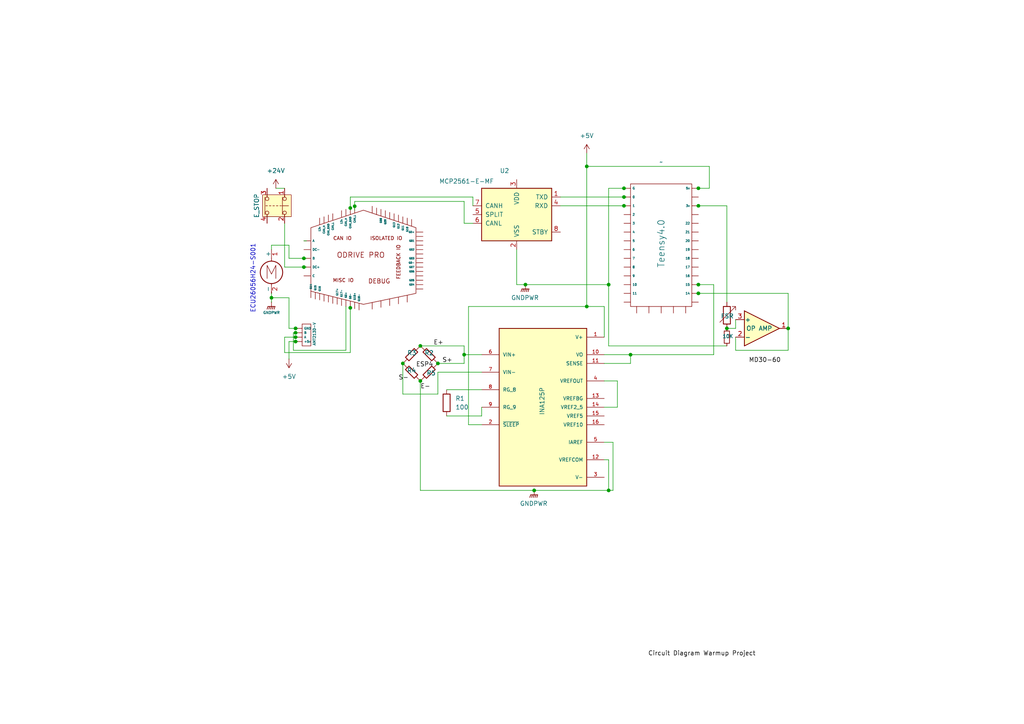
<source format=kicad_sch>
(kicad_sch (version 20250114) (generator "eeschema") (generator_version "9.0")
  (paper "A4")
  (lib_symbols
    (symbol "Amplifier_Operational:OPA1662DGK" (pin_names (offset 0.127))
      (property "Reference" "U" (at 0 5.08 0))
      (property "Value" "OPA1662DGK" (at 0 -5.08 0))
      (symbol "OPA1662DGK_1_1"
        (polyline (pts (xy -5.08 5.08) (xy 5.08 0) (xy -5.08 -5.08) (xy -5.08 5.08)) (stroke (width 0.254)) (fill (type background)))
        (pin input line (at -7.62 2.54 0) (length 2.54) (name "+") (number "3"))
        (pin input line (at -7.62 -2.54 0) (length 2.54) (name "-") (number "2"))
        (pin output line (at 7.62 0 180) (length 2.54) (name "~") (number "1"))
      )
      (symbol "OPA1662DGK_2_1"
        (polyline (pts (xy -5.08 5.08) (xy 5.08 0) (xy -5.08 -5.08) (xy -5.08 5.08)) (stroke (width 0.254)) (fill (type background)))
        (pin input line (at -7.62 2.54 0) (length 2.54) (name "+") (number "5"))
        (pin input line (at -7.62 -2.54 0) (length 2.54) (name "-") (number "6"))
        (pin output line (at 7.62 0 180) (length 2.54) (name "~") (number "7"))
      )
      (symbol "OPA1662DGK_3_1"
        (pin power_in line (at -2.54 7.62 270) (length 3.81) (name "V+") (number "8"))
        (pin power_in line (at -2.54 -7.62 90) (length 3.81) (name "V-") (number "4"))
      )
    )
    (symbol "Device:R" (pin_numbers (hide yes)) (pin_names (offset 0))
      (property "Reference" "R" (at 2.032 0 90))
      (property "Value" "R" (at 0 0 90))
      (symbol "R_0_1"
        (rectangle (start -1.016 -2.54) (end 1.016 2.54) (stroke (width 0.254)))
      )
      (symbol "R_1_1"
        (pin passive line (at 0 3.81 270) (length 1.27) (name "~") (number "1"))
        (pin passive line (at 0 -3.81 90) (length 1.27) (name "~") (number "2"))
      )
    )
    (symbol "Device:R_45deg" (pin_numbers (hide yes)) (pin_names (offset 0))
      (property "Reference" "R" (at 5.08 2.54 0))
      (property "Value" "R_45deg" (at 8.255 0.635 0))
      (symbol "R_45deg_0_1"
        (polyline (pts (xy -2.54 2.54) (xy -1.27 1.27)))
        (polyline (pts (xy 1.27 -1.27) (xy 2.54 -2.54)))
      )
      (symbol "R_45deg_1_1"
        (polyline (pts (xy -1.778 0.762) (xy 0.762 -1.778) (xy 1.778 -0.762) (xy -0.762 1.778) (xy -1.778 0.762)) (stroke (width 0.254)))
        (pin passive line (at -2.54 2.54 0) (length 0) (name "~") (number "1"))
        (pin passive line (at 2.54 -2.54 180) (length 0) (name "~") (number "2"))
      )
    )
    (symbol "Device:R_Small" (pin_numbers (hide yes)) (pin_names (offset 0.254) (hide yes))
      (property "Reference" "R" (at 0 0 90))
      (property "Value" "R_Small" (at 1.778 0 90))
      (symbol "R_Small_0_1"
        (rectangle (start -0.762 1.778) (end 0.762 -1.778) (stroke (width 0.2032)))
      )
      (symbol "R_Small_1_1"
        (pin passive line (at 0 2.54 270) (length 0.762) (name "~") (number "1"))
        (pin passive line (at 0 -2.54 90) (length 0.762) (name "~") (number "2"))
      )
    )
    (symbol "Device:R_Variable" (pin_numbers (hide yes)) (pin_names (offset 0))
      (property "Reference" "R" (at 2.54 -2.54 90))
      (property "Value" "R_Variable" (at -2.54 -1.27 90))
      (symbol "R_Variable_0_1"
        (rectangle (start -1.016 -2.54) (end 1.016 2.54) (stroke (width 0.254)))
        (polyline (pts (xy 2.54 1.524) (xy 2.54 2.54) (xy 1.524 2.54) (xy 2.54 2.54) (xy -2.032 -2.032)))
      )
      (symbol "R_Variable_1_1"
        (pin passive line (at 0 3.81 270) (length 1.27) (name "~") (number "1"))
        (pin passive line (at 0 -3.81 90) (length 1.27) (name "~") (number "2"))
      )
    )
    (symbol "Encoder_3"
      (property "Reference" "Rotary_Encoder" (at -8.636 4.064 0))
      (symbol "Encoder_3_0_1"
        (rectangle (start -1.27 2.54) (end 1.27 -3.81))
      )
      (symbol "Encoder_3_1_1"
        (pin output line (at -3.175 1.27 0) (length 1.905) (name "+5v") (number ""))
        (pin output line (at -3.175 0 0) (length 1.905) (name "A") (number ""))
        (pin output line (at -3.175 -1.27 0) (length 1.905) (name "B") (number ""))
        (pin output line (at -3.175 -2.54 0) (length 1.905) (name "GND") (number ""))
      )
    )
    (symbol "INA125P:INA125P" (pin_names (offset 1.016))
      (property "Reference" "U" (at -12.7 23.8506 0))
      (property "Value" "INA125P" (at -12.7 -26.8478 0))
      (symbol "INA125P_0_0"
        (rectangle (start -12.7 -22.86) (end 12.7 22.86) (stroke (width 0.254)) (fill (type background)))
        (pin input line (at -17.78 15.24 0) (length 5.08) (name "VIN+") (number "6"))
        (pin input line (at -17.78 10.16 0) (length 5.08) (name "VIN-") (number "7"))
        (pin passive line (at -17.78 5.08 0) (length 5.08) (name "RG_8") (number "8"))
        (pin passive line (at -17.78 0 0) (length 5.08) (name "RG_9") (number "9"))
        (pin input line (at -17.78 -5.08 0) (length 5.08) (name "~{SLEEP}") (number "2"))
        (pin power_in line (at 17.78 20.32 180) (length 5.08) (name "V+") (number "1"))
        (pin output line (at 17.78 15.24 180) (length 5.08) (name "VO") (number "10"))
        (pin input line (at 17.78 12.7 180) (length 5.08) (name "SENSE") (number "11"))
        (pin output line (at 17.78 7.62 180) (length 5.08) (name "VREFOUT") (number "4"))
        (pin passive line (at 17.78 2.54 180) (length 5.08) (name "VREFBG") (number "13"))
        (pin passive line (at 17.78 0 180) (length 5.08) (name "VREF2_5") (number "14"))
        (pin passive line (at 17.78 -2.54 180) (length 5.08) (name "VREF5") (number "15"))
        (pin passive line (at 17.78 -5.08 180) (length 5.08) (name "VREF10") (number "16"))
        (pin passive line (at 17.78 -10.16 180) (length 5.08) (name "IAREF") (number "5"))
        (pin power_in line (at 17.78 -15.24 180) (length 5.08) (name "VREFCOM") (number "12"))
        (pin power_in line (at 17.78 -20.32 180) (length 5.08) (name "V-") (number "3"))
      )
    )
    (symbol "Interface_CAN_LIN:MCP2561-E-MF" (pin_names (offset 1.016))
      (property "Reference" "U" (at -10.16 8.89 0))
      (property "Value" "MCP2561-E-MF" (at 2.54 8.89 0))
      (symbol "MCP2561-E-MF_0_1"
        (rectangle (start -10.16 7.62) (end 10.16 -7.62) (stroke (width 0.254)) (fill (type background)))
      )
      (symbol "MCP2561-E-MF_1_1"
        (pin input line (at -12.7 5.08 0) (length 2.54) (name "TXD") (number "1"))
        (pin output line (at -12.7 2.54 0) (length 2.54) (name "RXD") (number "4"))
        (pin input line (at -12.7 -5.08 0) (length 2.54) (name "STBY") (number "8"))
        (pin power_in line (at 0 10.16 270) (length 2.54) (name "VDD") (number "3"))
        (pin power_in line (at 0 -10.16 90) (length 2.54) (name "VSS") (number "2"))
        (pin passive line (at 0 -10.16 90) (length 2.54) (hide yes) (name "VSS") (number "9"))
        (pin bidirectional line (at 12.7 2.54 180) (length 2.54) (name "CANH") (number "7"))
        (pin passive line (at 12.7 0 180) (length 2.54) (name "SPLIT") (number "5"))
        (pin bidirectional line (at 12.7 -2.54 180) (length 2.54) (name "CANL") (number "6"))
      )
    )
    (symbol "Motor:Motor_DC" (pin_names (offset 0))
      (property "Reference" "M" (at 2.54 2.54 0))
      (property "Value" "Motor_DC" (at 2.54 -5.08 0))
      (symbol "Motor_DC_0_0"
        (polyline (pts (xy -1.27 -3.302) (xy -1.27 0.508) (xy 0 -2.032) (xy 1.27 0.508) (xy 1.27 -3.302)))
      )
      (symbol "Motor_DC_0_1"
        (polyline (pts (xy 0 2.032) (xy 0 2.54)))
        (polyline (pts (xy 0 1.7272) (xy 0 2.0828)))
        (circle (center 0 -1.524) (radius 3.2512) (stroke (width 0.254)))
        (polyline (pts (xy 0 -4.7752) (xy 0 -5.1816)))
        (polyline (pts (xy 0 -7.62) (xy 0 -7.112)))
      )
      (symbol "Motor_DC_1_1"
        (pin passive line (at 0 5.08 270) (length 2.54) (name "+") (number "1"))
        (pin passive line (at 0 -7.62 90) (length 2.54) (name "-") (number "2"))
      )
    )
    (symbol "New_Library:O_Drive_Pro"
      (symbol "O_Drive_Pro_0_1"
        (polyline (pts (xy -15.24 7.62) (xy 0 12.7) (xy 15.24 7.62) (xy 15.24 -11.43) (xy 0 -14.605) (xy -15.24 -10.795) (xy -15.24 7.62) (xy -15.24 7.62)))
      )
      (symbol "O_Drive_Pro_1_1"
        (text "CAN IO" (at -6.096 4.572 0) (effects (font (size 1.016 1.016))))
        (text "MISC IO\n" (at -5.842 -7.62 0) (effects (font (size 1.016 1.016))))
        (text "ODRIVE PRO\n " (at -0.762 -1.524 0) (effects (font (size 1.524 1.524))))
        (text "DEBUG" (at 4.572 -7.874 0) (effects (font (size 1.27 1.27))))
        (text "ISOLATED IO" (at 6.604 4.572 0) (effects (font (size 1.016 1.016))))
        (text "FEEDBACK IO\n" (at 10.16 -2.286 900) (effects (font (size 1.016 1.016))))
        (pin output line (at -17.272 3.81 0) (length 1.905) (name "A") (number ""))
        (pin input line (at -17.272 1.27 0) (length 1.905) (name "DC-") (number ""))
        (pin output line (at -17.272 -1.27 0) (length 1.905) (name "B") (number ""))
        (pin input line (at -17.272 -3.81 0) (length 1.905) (name "DC+") (number ""))
        (pin input line (at -17.272 -6.35 0) (length 1.905) (name "C") (number ""))
        (pin input line (at -15.24 -12.7 90) (length 1.905) (name "G14") (number ""))
        (pin input line (at -13.97 -13.081 90) (length 1.905) (name "G15") (number ""))
        (pin input line (at -12.7 10.414 270) (length 1.905) (name "12v") (number ""))
        (pin input line (at -12.7 -13.335 90) (length 1.905) (name "G16") (number ""))
        (pin input line (at -11.43 10.795 270) (length 1.905) (name "CAN_H") (number ""))
        (pin input line (at -11.43 -13.716 90) (length 1.905) (name "") (number ""))
        (pin input line (at -10.16 11.303 270) (length 1.905) (name "CAN_GND") (number ""))
        (pin input line (at -10.16 -13.97 90) (length 1.905) (name "") (number ""))
        (pin input line (at -8.89 11.684 270) (length 1.905) (name "CAN_L") (number ""))
        (pin input line (at -8.89 -14.351 90) (length 1.905) (name "") (number ""))
        (pin input line (at -7.62 -14.605 90) (length 1.905) (name "G17+") (number ""))
        (pin input line (at -6.35 12.573 270) (length 1.905) (name "12v") (number ""))
        (pin input line (at -6.35 -14.986 90) (length 1.905) (name "G17-") (number ""))
        (pin input line (at -5.08 12.954 270) (length 1.905) (name "CAN_H") (number ""))
        (pin input line (at -5.08 -15.24 90) (length 1.905) (name "G0+") (number ""))
        (pin input line (at -3.81 13.335 270) (length 1.905) (name "CAN_GND") (number ""))
        (pin input line (at -3.81 -15.621 90) (length 1.905) (name "G0-") (number ""))
        (pin input line (at -2.54 13.843 270) (length 1.905) (name "CAN_L") (number ""))
        (pin input line (at -2.54 -15.875 90) (length 1.905) (name "G18+") (number ""))
        (pin input line (at -1.27 -16.256 90) (length 1.905) (name "G18-") (number ""))
        (pin input line (at 2.54 13.843 270) (length 1.905) (name "") (number ""))
        (pin input line (at 2.54 -16.002 90) (length 1.905) (name "") (number ""))
        (pin input line (at 3.81 13.335 270) (length 1.905) (name "") (number ""))
        (pin input line (at 5.08 12.954 270) (length 1.905) (name "G08") (number ""))
        (pin input line (at 5.08 -15.494 90) (length 1.905) (name "") (number ""))
        (pin input line (at 6.35 12.573 270) (length 1.905) (name "G09") (number ""))
        (pin input line (at 7.62 12.065 270) (length 1.905) (name "") (number ""))
        (pin input line (at 7.62 -14.986 90) (length 1.905) (name "") (number ""))
        (pin input line (at 8.89 11.684 270) (length 1.905) (name "G13") (number ""))
        (pin input line (at 10.16 11.303 270) (length 1.905) (name "G12") (number ""))
        (pin input line (at 10.16 -14.478 90) (length 1.905) (name "") (number ""))
        (pin input line (at 11.43 10.795 270) (length 1.905) (name "G11") (number ""))
        (pin input line (at 12.7 10.414 270) (length 1.905) (name "G10") (number ""))
        (pin input line (at 12.7 -13.97 90) (length 1.905) (name "") (number ""))
        (pin input line (at 13.97 10.033 270) (length 1.905) (name "") (number ""))
        (pin input line (at 17.272 6.35 180) (length 1.905) (name "G0+") (number ""))
        (pin input line (at 17.272 5.08 180) (length 1.905) (name "") (number ""))
        (pin input line (at 17.272 3.81 180) (length 1.905) (name "G01") (number ""))
        (pin input line (at 17.272 2.54 180) (length 1.905) (name "") (number ""))
        (pin input line (at 17.272 1.27 180) (length 1.905) (name "G02") (number ""))
        (pin input line (at 17.272 0 180) (length 1.905) (name "") (number ""))
        (pin input line (at 17.272 -1.27 180) (length 1.905) (name "G03") (number ""))
        (pin input line (at 17.272 -2.54 180) (length 1.905) (name "G0-") (number ""))
        (pin input line (at 17.272 -3.81 180) (length 1.905) (name "G07") (number ""))
        (pin input line (at 17.272 -5.08 180) (length 1.905) (name "G06") (number ""))
        (pin input line (at 17.272 -6.35 180) (length 1.905) (name "") (number ""))
        (pin input line (at 17.272 -7.62 180) (length 1.905) (name "G05") (number ""))
        (pin input line (at 17.272 -8.89 180) (length 1.905) (name "G04") (number ""))
        (pin input line (at 17.272 -10.16 180) (length 1.905) (name "") (number ""))
      )
    )
    (symbol "New_Library:Teensy_4.0"
      (property "Reference" "Teensy4.0" (at -0.254 -6.096 90))
      (symbol "Teensy_4.0_0_1"
        (rectangle (start -8.89 12.7) (end 8.89 -22.86))
      )
      (symbol "Teensy_4.0_1_1"
        (pin input line (at -10.795 11.43 0) (length 1.905) (name "") (number ""))
        (pin input line (at -10.795 8.89 0) (length 1.905) (name "14") (number ""))
        (pin input line (at -10.795 6.35 0) (length 1.905) (name "15") (number ""))
        (pin input line (at -10.795 3.81 0) (length 1.905) (name "16") (number ""))
        (pin input line (at -10.795 1.27 0) (length 1.905) (name "17") (number ""))
        (pin input line (at -10.795 -1.27 0) (length 1.905) (name "18") (number ""))
        (pin input line (at -10.795 -3.81 0) (length 1.905) (name "19") (number ""))
        (pin input line (at -10.795 -6.35 0) (length 1.905) (name "20") (number ""))
        (pin input line (at -10.795 -8.89 0) (length 1.905) (name "21") (number ""))
        (pin input line (at -10.795 -11.43 0) (length 1.905) (name "22") (number ""))
        (pin input line (at -10.795 -13.97 0) (length 1.905) (name "") (number ""))
        (pin input line (at -10.795 -16.51 0) (length 1.905) (name "3v") (number ""))
        (pin input line (at -10.795 -19.05 0) (length 1.905) (name "") (number ""))
        (pin input line (at -10.795 -21.59 0) (length 1.905) (name "5v") (number ""))
        (pin input line (at -7.112 14.605 270) (length 1.905) (name "") (number ""))
        (pin input line (at -3.556 14.605 270) (length 1.905) (name "") (number ""))
        (pin input line (at 0 14.605 270) (length 1.905) (name "") (number ""))
        (pin input line (at 3.556 14.605 270) (length 1.905) (name "") (number ""))
        (pin input line (at 7.112 14.605 270) (length 1.905) (name "") (number ""))
        (pin input line (at 10.795 11.43 180) (length 1.905) (name "") (number ""))
        (pin input line (at 10.795 8.89 180) (length 1.905) (name "11") (number ""))
        (pin input line (at 10.795 6.35 180) (length 1.905) (name "10") (number ""))
        (pin input line (at 10.795 3.81 180) (length 1.905) (name "9") (number ""))
        (pin input line (at 10.795 1.27 180) (length 1.905) (name "8") (number ""))
        (pin input line (at 10.795 -1.27 180) (length 1.905) (name "7") (number ""))
        (pin input line (at 10.795 -3.81 180) (length 1.905) (name "6") (number ""))
        (pin input line (at 10.795 -6.35 180) (length 1.905) (name "5") (number ""))
        (pin input line (at 10.795 -8.89 180) (length 1.905) (name "4") (number ""))
        (pin input line (at 10.795 -11.43 180) (length 1.905) (name "3") (number ""))
        (pin input line (at 10.795 -13.97 180) (length 1.905) (name "2") (number ""))
        (pin input line (at 10.795 -16.51 180) (length 1.905) (name "1") (number ""))
        (pin input line (at 10.795 -19.05 180) (length 1.905) (name "0") (number ""))
        (pin input line (at 10.795 -21.59 180) (length 1.905) (name "G") (number ""))
      )
    )
    (symbol "Switch:SW_Push_Open_Dual" (pin_names (offset 1.016) (hide yes))
      (property "Reference" "SW" (at 0 3.81 0))
      (property "Value" "SW_Push_Open_Dual" (at 0 -7.62 0))
      (symbol "SW_Push_Open_Dual_0_1"
        (circle (center -2.032 0) (radius 0.508))
        (circle (center -2.032 -5.08) (radius 0.508))
        (polyline (pts (xy 0 -0.635) (xy 0 1.143)))
        (polyline (pts (xy 0 -1.397) (xy 0 -0.889)))
        (polyline (pts (xy 0 -2.413) (xy 0 -1.905)))
        (polyline (pts (xy 0 -3.429) (xy 0 -2.921)))
        (polyline (pts (xy 0 -3.937) (xy 0 -4.445)))
        (polyline (pts (xy 0 -4.953) (xy 0 -5.461)))
        (circle (center 2.032 0) (radius 0.508))
        (circle (center 2.032 -5.08) (radius 0.508))
        (polyline (pts (xy 2.54 -0.635) (xy -2.54 -0.635)))
        (polyline (pts (xy 2.54 -5.715) (xy -2.54 -5.715)))
        (pin passive line (at -5.08 0 0) (length 2.54) (name "1") (number "1"))
        (pin passive line (at -5.08 -5.08 0) (length 2.54) (name "3") (number "3"))
        (pin passive line (at 5.08 0 180) (length 2.54) (name "2") (number "2"))
        (pin passive line (at 5.08 -5.08 180) (length 2.54) (name "4") (number "4"))
      )
      (symbol "SW_Push_Open_Dual_1_1"
        (rectangle (start -3.175 1.905) (end 3.175 -6.35) (fill (type background)))
      )
    )
    (symbol "power:+24V" (power) (pin_numbers (hide yes)) (pin_names (offset 0) (hide yes))
      (property "Value" "+24V" (at 0 3.556 0))
      (symbol "+24V_0_1"
        (polyline (pts (xy -0.762 1.27) (xy 0 2.54)))
        (polyline (pts (xy 0 2.54) (xy 0.762 1.27)))
        (polyline (pts (xy 0 0) (xy 0 2.54)))
      )
      (symbol "+24V_1_1"
        (pin power_in line (at 0 0 90) (length 0) (name "~") (number "1"))
      )
    )
    (symbol "power:+5V" (power) (pin_numbers (hide yes)) (pin_names (offset 0) (hide yes))
      (property "Value" "+5V" (at 0 3.556 0))
      (symbol "+5V_0_1"
        (polyline (pts (xy -0.762 1.27) (xy 0 2.54)))
        (polyline (pts (xy 0 2.54) (xy 0.762 1.27)))
        (polyline (pts (xy 0 0) (xy 0 2.54)))
      )
      (symbol "+5V_1_1"
        (pin power_in line (at 0 0 90) (length 0) (name "~") (number "1"))
      )
    )
    (symbol "power:GNDPWR" (power) (pin_numbers (hide yes)) (pin_names (offset 0) (hide yes))
      (property "Value" "GNDPWR" (at 0 -3.302 0))
      (symbol "GNDPWR_0_1"
        (polyline (pts (xy -1.016 -1.27) (xy -1.27 -2.032) (xy -1.27 -2.032)) (stroke (width 0.2032)))
        (polyline (pts (xy -0.508 -1.27) (xy -0.762 -2.032) (xy -0.762 -2.032)) (stroke (width 0.2032)))
        (polyline (pts (xy 0 -1.27) (xy 0 0)))
        (polyline (pts (xy 0 -1.27) (xy -0.254 -2.032) (xy -0.254 -2.032)) (stroke (width 0.2032)))
        (polyline (pts (xy 0.508 -1.27) (xy 0.254 -2.032) (xy 0.254 -2.032)) (stroke (width 0.2032)))
        (polyline (pts (xy 1.016 -1.27) (xy -1.016 -1.27) (xy -1.016 -1.27)) (stroke (width 0.2032)))
        (polyline (pts (xy 1.016 -1.27) (xy 0.762 -2.032) (xy 0.762 -2.032) (xy 0.762 -2.032)) (stroke (width 0.2032)))
      )
      (symbol "GNDPWR_1_1"
        (pin power_in line (at 0 0 270) (length 0) (name "~") (number "1"))
      )
    )
  )
  (text "ECU26056H24-S001" (at 73.406 80.772 90) (effects (font (size 1.27 1.27))))
  (junction (at 85.725 96.52))
  (junction (at 154.94 142.24))
  (junction (at 180.975 59.69))
  (junction (at 210.82 95.25))
  (junction (at 127 105.41))
  (junction (at 176.53 142.24))
  (junction (at 180.975 57.15))
  (junction (at 85.725 95.25))
  (junction (at 134.62 102.87))
  (junction (at 85.725 99.06))
  (junction (at 116.84 105.41))
  (junction (at 176.53 82.55))
  (junction (at 202.565 85.09))
  (junction (at 170.18 48.26))
  (junction (at 202.565 54.61))
  (junction (at 152.4 82.55))
  (junction (at 228.6 95.25))
  (junction (at 202.565 82.55))
  (junction (at 78.74 86.36))
  (junction (at 121.92 110.49))
  (junction (at 182.88 102.87))
  (junction (at 101.6 60.325))
  (junction (at 202.565 59.69))
  (junction (at 170.18 88.9))
  (junction (at 85.725 97.79))
  (junction (at 102.87 59.817))
  (junction (at 88.138 74.93))
  (junction (at 101.6 89.281))
  (junction (at 180.975 54.61))
  (junction (at 121.92 100.33))
  (junction (at 88.138 77.47))
  (wire (pts (xy 170.18 48.26) (xy 205.74 48.26)))
  (wire (pts (xy 202.565 54.61) (xy 205.74 54.61)))
  (wire (pts (xy 162.56 57.15) (xy 180.975 57.15)))
  (wire (pts (xy 210.82 59.69) (xy 210.82 87.63)))
  (wire (pts (xy 175.26 105.41) (xy 182.88 105.41)))
  (wire (pts (xy 213.36 92.71) (xy 213.36 95.25)))
  (wire (pts (xy 213.36 95.25) (xy 210.82 95.25)))
  (wire (pts (xy 82.55 77.47) (xy 88.138 77.47)))
  (wire (pts (xy 85.725 96.52) (xy 86.36 96.52)))
  (wire (pts (xy 176.53 133.35) (xy 176.53 142.24)))
  (wire (pts (xy 137.16 57.15) (xy 101.6 57.15)))
  (wire (pts (xy 134.62 105.41) (xy 134.62 102.87)))
  (wire (pts (xy 162.56 59.69) (xy 180.975 59.69)))
  (wire (pts (xy 102.87 59.817) (xy 102.87 60.96)))
  (wire (pts (xy 202.565 82.55) (xy 207.01 82.55)))
  (wire (pts (xy 175.26 110.49) (xy 179.07 110.49)))
  (wire (pts (xy 83.82 104.14) (xy 83.82 99.06)))
  (wire (pts (xy 139.7 123.19) (xy 135.89 123.19)))
  (wire (pts (xy 177.8 142.24) (xy 177.8 128.27)))
  (wire (pts (xy 127 107.95) (xy 127 114.3)))
  (wire (pts (xy 180.975 59.69) (xy 181.61 59.69)))
  (wire (pts (xy 207.01 102.87) (xy 182.88 102.87)))
  (wire (pts (xy 170.18 48.26) (xy 170.18 88.9)))
  (wire (pts (xy 83.82 74.93) (xy 88.138 74.93)))
  (wire (pts (xy 154.94 142.24) (xy 176.53 142.24)))
  (wire (pts (xy 139.7 107.95) (xy 127 107.95)))
  (wire (pts (xy 121.92 100.33) (xy 134.62 100.33)))
  (wire (pts (xy 149.86 82.55) (xy 152.4 82.55)))
  (wire (pts (xy 85.725 97.79) (xy 86.36 97.79)))
  (wire (pts (xy 83.82 95.25) (xy 85.725 95.25)))
  (wire (pts (xy 181.61 54.61) (xy 180.975 54.61)))
  (wire (pts (xy 213.36 101.6) (xy 228.6 101.6)))
  (wire (pts (xy 201.93 54.61) (xy 202.565 54.61)))
  (wire (pts (xy 78.74 86.36) (xy 78.74 87.63)))
  (wire (pts (xy 129.54 120.65) (xy 139.7 120.65)))
  (wire (pts (xy 85.725 95.25) (xy 86.36 95.25)))
  (wire (pts (xy 127 105.41) (xy 134.62 105.41)))
  (wire (pts (xy 202.565 85.09) (xy 228.6 85.09)))
  (wire (pts (xy 205.74 48.26) (xy 205.74 54.61)))
  (wire (pts (xy 116.84 114.3) (xy 116.84 105.41)))
  (wire (pts (xy 88.138 69.85) (xy 88.9 69.85)))
  (wire (pts (xy 137.16 59.69) (xy 137.16 57.15)))
  (wire (pts (xy 134.62 100.33) (xy 134.62 102.87)))
  (wire (pts (xy 201.93 82.55) (xy 202.565 82.55)))
  (wire (pts (xy 83.82 99.06) (xy 85.725 99.06)))
  (wire (pts (xy 149.86 72.39) (xy 149.86 82.55)))
  (wire (pts (xy 135.89 88.9) (xy 170.18 88.9)))
  (wire (pts (xy 175.26 97.79) (xy 175.26 88.9)))
  (wire (pts (xy 176.53 142.24) (xy 177.8 142.24)))
  (wire (pts (xy 78.74 86.36) (xy 83.82 86.36)))
  (wire (pts (xy 83.82 71.12) (xy 83.82 74.93)))
  (wire (pts (xy 139.7 120.65) (xy 139.7 118.11)))
  (wire (pts (xy 101.6 60.325) (xy 101.6 60.96)))
  (wire (pts (xy 82.55 64.77) (xy 82.55 77.47)))
  (wire (pts (xy 85.09 96.52) (xy 85.725 96.52)))
  (wire (pts (xy 121.92 142.24) (xy 154.94 142.24)))
  (wire (pts (xy 179.07 118.11) (xy 175.26 118.11)))
  (wire (pts (xy 182.88 105.41) (xy 182.88 102.87)))
  (wire (pts (xy 85.09 101.6) (xy 85.09 96.52)))
  (wire (pts (xy 100.33 101.6) (xy 85.09 101.6)))
  (wire (pts (xy 213.36 97.79) (xy 213.36 101.6)))
  (wire (pts (xy 78.74 85.09) (xy 78.74 86.36)))
  (wire (pts (xy 82.55 97.79) (xy 85.725 97.79)))
  (wire (pts (xy 78.74 71.12) (xy 83.82 71.12)))
  (wire (pts (xy 175.26 133.35) (xy 176.53 133.35)))
  (wire (pts (xy 176.53 54.61) (xy 176.53 82.55)))
  (wire (pts (xy 82.55 54.61) (xy 80.01 54.61)))
  (wire (pts (xy 180.975 54.61) (xy 176.53 54.61)))
  (wire (pts (xy 127 114.3) (xy 116.84 114.3)))
  (wire (pts (xy 228.6 95.25) (xy 228.6 85.09)))
  (wire (pts (xy 101.6 57.15) (xy 101.6 60.325)))
  (wire (pts (xy 207.01 82.55) (xy 207.01 102.87)))
  (wire (pts (xy 129.54 113.03) (xy 139.7 113.03)))
  (wire (pts (xy 83.82 86.36) (xy 83.82 95.25)))
  (wire (pts (xy 176.53 82.55) (xy 152.4 82.55)))
  (wire (pts (xy 88.138 74.93) (xy 88.9 74.93)))
  (wire (pts (xy 134.62 58.42) (xy 102.87 58.42)))
  (wire (pts (xy 78.74 72.39) (xy 78.74 71.12)))
  (wire (pts (xy 175.26 88.9) (xy 170.18 88.9)))
  (wire (pts (xy 210.82 100.33) (xy 176.53 100.33)))
  (wire (pts (xy 177.8 128.27) (xy 175.26 128.27)))
  (wire (pts (xy 88.138 77.47) (xy 88.9 77.47)))
  (wire (pts (xy 182.88 102.87) (xy 175.26 102.87)))
  (wire (pts (xy 180.975 57.15) (xy 181.61 57.15)))
  (wire (pts (xy 135.89 123.19) (xy 135.89 88.9)))
  (wire (pts (xy 85.725 99.06) (xy 86.36 99.06)))
  (wire (pts (xy 100.33 88.9) (xy 100.33 101.6)))
  (wire (pts (xy 101.6 102.2565) (xy 82.55 102.2565)))
  (wire (pts (xy 228.6 101.6) (xy 228.6 95.25)))
  (wire (pts (xy 137.16 64.77) (xy 134.62 64.77)))
  (wire (pts (xy 101.6 89.281) (xy 101.6 102.2565)))
  (wire (pts (xy 102.87 58.42) (xy 102.87 59.817)))
  (wire (pts (xy 179.07 110.49) (xy 179.07 118.11)))
  (wire (pts (xy 121.92 110.49) (xy 121.92 142.24)))
  (wire (pts (xy 82.55 102.2565) (xy 82.55 97.79)))
  (wire (pts (xy 202.565 85.09) (xy 201.93 85.09)))
  (wire (pts (xy 134.62 102.87) (xy 139.7 102.87)))
  (wire (pts (xy 201.93 59.69) (xy 202.565 59.69)))
  (wire (pts (xy 202.565 59.69) (xy 210.82 59.69)))
  (wire (pts (xy 176.53 100.33) (xy 176.53 82.55)))
  (wire (pts (xy 134.62 64.77) (xy 134.62 58.42)))
  (wire (pts (xy 101.6 88.9) (xy 101.6 89.281)))
  (wire (pts (xy 170.18 48.26) (xy 170.18 44.45)))
  (label "MD30-60" (at 217.17 105.41 0))
  (label "E+" (at 125.73 100.33 0))
  (label "S-" (at 115.57 110.49 0))
  (label "ESP4" (at 120.65 106.68 0))
  (label "E-" (at 121.92 113.03 0))
  (label "Circuit Diagram Warmup Project" (at 187.96 190.5 0))
  (label "S+" (at 128.27 105.41 0))
  (symbol (lib_id "Device:R") (at 129.54 116.84 0) (unit 1)
    (property "Reference" "R1" (at 132.08 115.5699 0) (effects (justify left)))
    (property "Value" "100" (at 132.08 118.1099 0) (effects (justify left)))
    (property "Description" "Resistor" (effects (hide yes)))
  )
  (symbol (lib_id "power:+5V") (at 170.18 44.45 0) (unit 1)
    (property "Reference" "#PWR01" (effects (hide yes)))
    (property "Value" "+5V" (at 170.18 39.37 0))
    (property "Description" "Power symbol creates a global label with name \"+5V\"" (effects (hide yes)))
  )
  (symbol (lib_id "Motor:Motor_DC") (at 78.74 77.47 0) (unit 1)
    (property "Reference" "M2" (effects (hide yes)))
    (property "Value" "Motor_DC" (effects (hide yes)))
    (property "Description" "DC Motor" (effects (hide yes)))
  )
  (symbol (lib_id "power:GNDPWR") (at 152.4 82.55 0) (unit 1)
    (property "Reference" "#PWR02" (effects (hide yes)))
    (property "Value" "GNDPWR" (at 152.273 86.36 0))
    (property "Description" "Power symbol creates a global label with name \"GNDPWR\" , global ground" (effects (hide yes)))
  )
  (symbol (lib_id "power:+24V") (at 80.01 54.61 0) (unit 1)
    (property "Reference" "#PWR03" (effects (hide yes)))
    (property "Value" "+24V" (at 80.01 49.53 0))
    (property "Description" "Power symbol creates a global label with name \"+24V\"" (effects (hide yes)))
  )
  (symbol (lib_id "Device:R_45deg") (at 119.38 107.95 0) (unit 1)
    (property "Reference" "R4" (at 119.38 107.442 0))
    (property "Value" "R_45deg" (effects (hide yes)))
    (property "Description" "Resistor, rotated by 45°" (effects (hide yes)))
  )
  (symbol (lib_id "power:+5V") (at 83.82 104.14 180) (unit 1)
    (property "Reference" "#PWR05" (effects (hide yes)))
    (property "Value" "+5V" (at 83.82 109.22 0))
    (property "Description" "Power symbol creates a global label with name \"+5V\"" (effects (hide yes)))
  )
  (symbol (lib_id "Device:R_Variable") (at 210.82 91.44 0) (unit 1)
    (property "Reference" "FSR" (at 209.042 91.694 0) (effects (justify left)))
    (property "Value" "R_Variable" (effects (hide yes)))
    (property "Description" "Variable resistor" (effects (hide yes)))
  )
  (symbol (lib_id "Interface_CAN_LIN:MCP2561-E-MF") (at 149.86 62.23 0) (mirror y) (unit 1)
    (property "Reference" "U2" (at 147.7167 49.53 0) (effects (justify left)))
    (property "Value" "MCP2561-E-MF" (at 143.256 52.578 0) (effects (justify left)))
    (property "Footprint" "Package_DFN_QFN:DFN-8-1EP_3x3mm_P0.65mm_EP1.55x2.4mm" (effects (hide yes)))
    (property "Datasheet" "http://ww1.microchip.com/downloads/en/DeviceDoc/25167A.pdf" (effects (hide yes)))
    (property "Description" "High-Speed CAN Transceiver, 1Mbps, 5V supply, SPLIT pin, -40C to +125C, DFN-8" (effects (hide yes)))
  )
  (symbol (lib_id "Switch:SW_Push_Open_Dual") (at 82.55 59.69 270) (unit 1)
    (property "Reference" "E_STOP" (at 74.422 59.69 0))
    (property "Value" "SW_Push_Open_Dual" (effects (hide yes)))
    (property "Description" "Push button switch, normally closed, generic, four pins" (effects (hide yes)))
  )
  (symbol (lib_id "Device:R_Small") (at 210.82 97.79 0) (unit 1)
    (property "Reference" "10K" (at 209.55 97.536 0) (effects (font (size 1.016 1.016)) (justify left)))
    (property "Value" "R_Small" (effects (hide yes)))
    (property "Description" "Resistor, small symbol" (effects (hide yes)))
  )
  (symbol (lib_id "Device:R_45deg") (at 124.46 107.95 270) (unit 1)
    (property "Reference" "R5" (at 123.698 108.204 90) (effects (justify left)))
    (property "Value" "R_45deg" (effects (hide yes)))
    (property "Description" "Resistor, rotated by 45°" (effects (hide yes)))
  )
  (symbol (lib_id "New_Library:Teensy_4.0") (at 191.77 76.2 180) (unit 1)
    (property "Reference" "Teensy4.0" (at 191.77 70.612 90) (effects (font (size 1.905 1.905))))
    (property "Value" "~" (at 191.77 46.99 0))
  )
  (symbol (lib_name "Encoder_3") (lib_id "Rotary_encoder:Encoder") (at 88.9 97.79 0) (mirror x) (unit 1)
    (property "Reference" "AMT213D-V" (at 91.186 93.472 90) (effects (font (size 0.762 0.762)) (justify left)))
  )
  (symbol (lib_id "Device:R_45deg") (at 119.38 102.87 270) (unit 1)
    (property "Reference" "R3" (at 118.11 102.362 90) (effects (justify left)))
    (property "Value" "R_45deg" (effects (hide yes)))
    (property "Description" "Resistor, rotated by 45°" (effects (hide yes)))
  )
  (symbol (lib_id "Device:R_45deg") (at 124.46 102.87 0) (unit 1)
    (property "Reference" "R2" (at 124.46 102.362 0))
    (property "Value" "R_45deg" (effects (hide yes)))
    (property "Description" "Resistor, rotated by 45°" (effects (hide yes)))
  )
  (symbol (lib_id "power:GNDPWR") (at 154.94 142.24 0) (unit 1)
    (property "Reference" "#PWR06" (effects (hide yes)))
    (property "Value" "GNDPWR" (at 154.813 146.05 0))
    (property "Description" "Power symbol creates a global label with name \"GNDPWR\" , global ground" (effects (hide yes)))
  )
  (symbol (lib_id "New_Library:O_Drive_Pro") (at 105.41 73.66 0) (unit 1)
    (property "Reference" "U1" (effects (hide yes)))
  )
  (symbol (lib_id "Amplifier_Operational:OPA1662DGK") (at 220.98 95.25 0) (unit 1)
    (property "Reference" "U3" (effects (hide yes)))
    (property "Value" "OP AMP" (at 220.218 95.25 0))
    (property "Footprint" "Package_SO:VSSOP-8_3x3mm_P0.65mm" (effects (hide yes)))
    (property "Datasheet" "https://www.ti.com/lit/ds/symlink/opa1662.pdf" (effects (hide yes)))
    (property "Description" "Dual Low-Power, Low-Noise, Low-Distortion, Bipolar-Input SoundPlus Audio Operational Amplifiers, VSSOP-8" (effects (hide yes)))
  )
  (symbol (lib_id "INA125P:INA125P") (at 157.48 118.11 0) (unit 1)
    (property "Reference" "U4" (effects (hide yes)))
    (property "Value" "INA125P" (at 157.226 116.332 90))
    (property "Footprint" "DIP794W45P254L1969H508Q16" (effects (hide yes)))
    (property "PARTREV" "3-Jun-2022" (effects (hide yes)))
    (property "MANUFACTURER" "Texas Instruments" (effects (hide yes)))
    (property "MAXIMUM_PACKAGE_HEIGHT" "5.08 mm" (effects (hide yes)))
    (property "STANDARD" "IPC-7351B" (effects (hide yes)))
  )
  (symbol (lib_id "power:GNDPWR") (at 78.74 87.63 0) (unit 1)
    (property "Reference" "#PWR04" (effects (hide yes)))
    (property "Value" "GNDPWR" (at 78.74 90.678 0) (effects (font (size 0.762 0.762))))
    (property "Description" "Power symbol creates a global label with name \"GNDPWR\" , global ground" (effects (hide yes)))
  )
)
</source>
